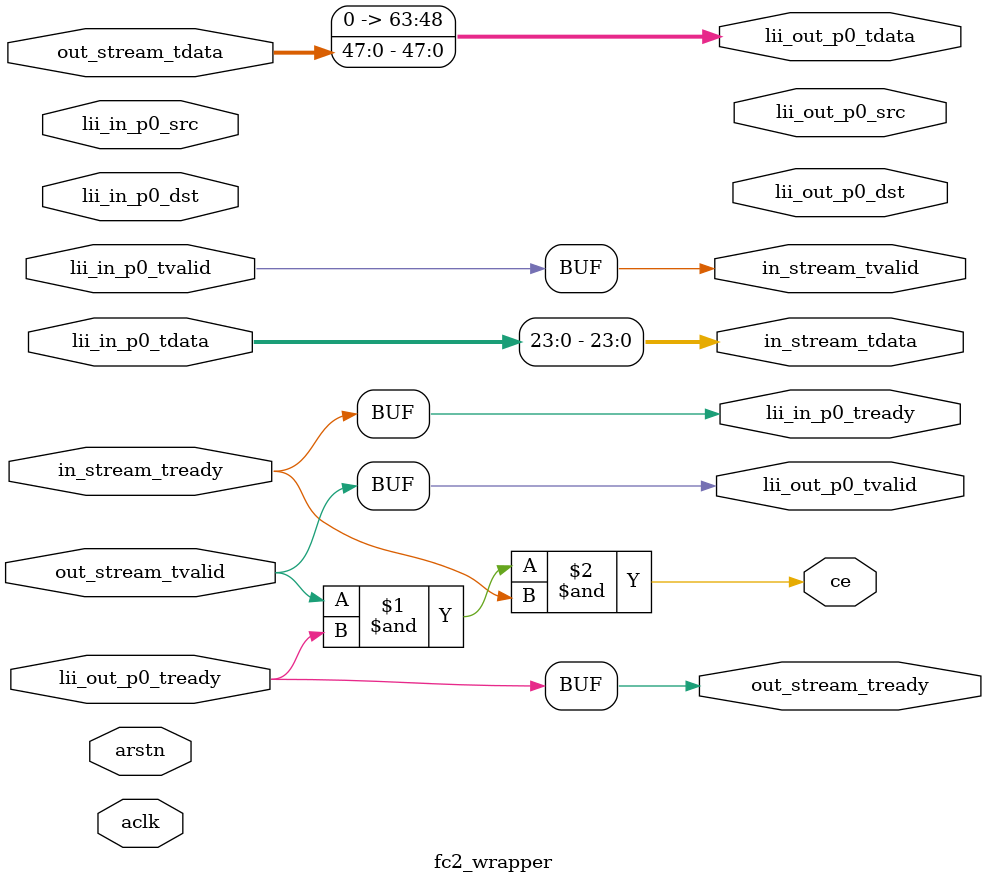
<source format=v>
`timescale 1ns/1ps

module fc2_wrapper
#(
    parameter NIN  = 1,   // logic input streams
    parameter NOUT = 1,  // logic output streams
    parameter P    = 1,              // phy in channels
    parameter Q    = 1,             // phy out channels
    parameter PW   = 64              // packing width
)
(
    // ------ clock and reset ------
    input  wire                     aclk,
    input  wire                     arstn,
    // ------ LII phy input ------
    input  wire [PW-1:0]            lii_in_p0_tdata,
    input  wire                     lii_in_p0_tvalid,
    output wire                     lii_in_p0_tready,
    input  wire [7:0]               lii_in_p0_src,
    input  wire [7:0]               lii_in_p0_dst,
    // ------ LII phy output ------
    output wire [PW-1:0]            lii_out_p0_tdata,
    output wire                     lii_out_p0_tvalid,
    input  wire                     lii_out_p0_tready,
    output wire [7:0]               lii_out_p0_src,
    output wire [7:0]               lii_out_p0_dst,
    // ------ connection to HLS kernel ------
    output wire [23:0]   in_stream_tdata,
    output wire                     in_stream_tvalid,
    input  wire                     in_stream_tready,
    input  wire [47:0]   out_stream_tdata,
    input  wire                     out_stream_tvalid,
    output wire                     out_stream_tready,
    // ------ clock enable for HLS kernel ------
    output wire                     ce
);

    // ========= input: unpack =========
    assign lii_in_p0_tready =
        in_stream_tready;
    assign in_stream_tdata  = lii_in_p0_tdata[23:0];
    assign in_stream_tvalid = lii_in_p0_tvalid;

    // ========= output: pack =========
    assign lii_out_p0_tvalid = 
        out_stream_tvalid;
    assign lii_out_p0_tdata = {
        out_stream_tdata
    };
    assign { out_stream_tready } =
           { lii_out_p0_tready };

    // ========= kernel clock gating =========
    assign ce = (out_stream_tvalid) &
                (lii_out_p0_tready) &
                (lii_in_p0_tready);
endmodule
</source>
